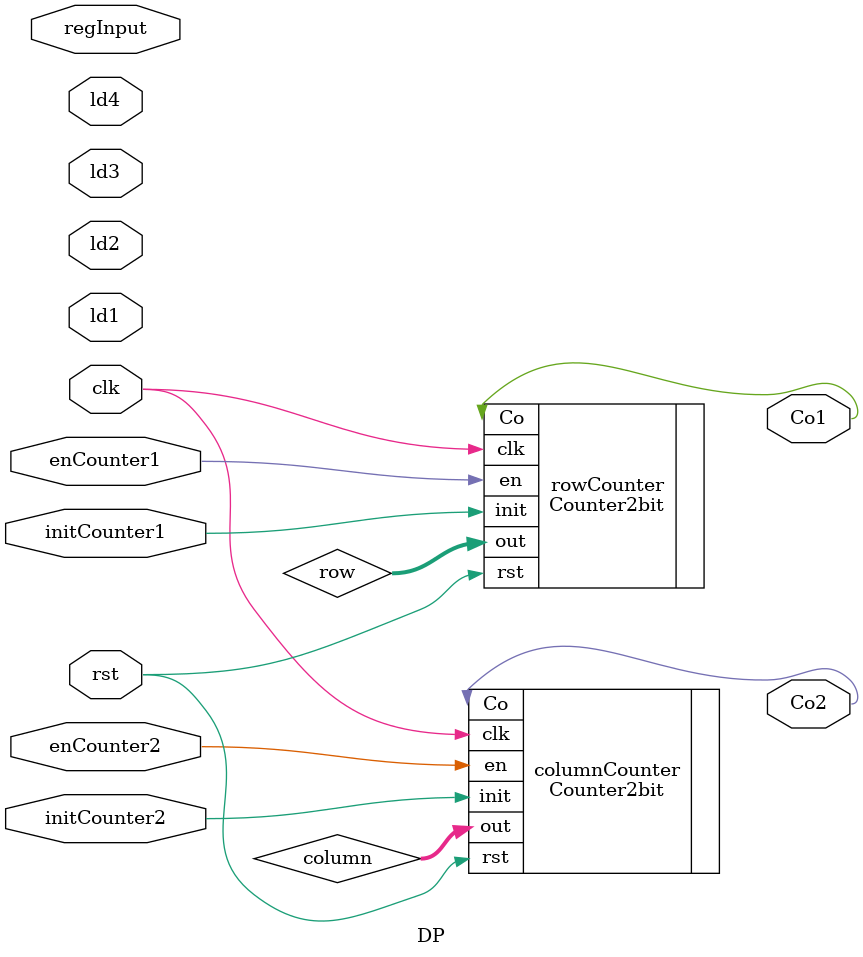
<source format=v>
module DP(input clk, rst, ld1, ld2, ld3, ld4, 
          initCounter1, initCounter2, enCounter1, enCounter2, 
          input [31:0] regInput,
          output Co1, Co2);

    wire [1:0] row, column;
    wire [31:0] R1Out, R2Out, R3Out, R4Out;
    wire [31:0] W1Out, W2Out, W3Out, W4Out;

    Counter2bit rowCounter(.rst(rst), .clk(clk), .init(initCounter1), .en(enCounter1), .out(row), .Co(Co1));
    Counter2bit columnCounter(.rst(rst), .clk(clk), .init(initCounter2), .en(enCounter2), .out(column), .Co(Co2)); 
    
    
endmodule
</source>
